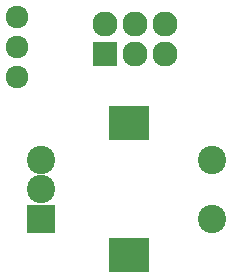
<source format=gbr>
G04 #@! TF.FileFunction,Soldermask,Bot*
%FSLAX46Y46*%
G04 Gerber Fmt 4.6, Leading zero omitted, Abs format (unit mm)*
G04 Created by KiCad (PCBNEW 4.0.7-e2-6376~58~ubuntu16.04.1) date Mon Jan  7 01:20:49 2019*
%MOMM*%
%LPD*%
G01*
G04 APERTURE LIST*
%ADD10C,0.100000*%
%ADD11C,2.400000*%
%ADD12R,3.400000X2.900000*%
%ADD13R,2.400000X2.400000*%
%ADD14R,2.127200X2.127200*%
%ADD15O,2.127200X2.127200*%
%ADD16C,1.924000*%
G04 APERTURE END LIST*
D10*
D11*
X178000000Y-106500000D03*
X178000000Y-111500000D03*
D12*
X171000000Y-103400000D03*
X171000000Y-114600000D03*
D11*
X163500000Y-106500000D03*
X163500000Y-109000000D03*
D13*
X163500000Y-111500000D03*
D14*
X169000000Y-97540000D03*
D15*
X169000000Y-95000000D03*
X171540000Y-97540000D03*
X171540000Y-95000000D03*
X174080000Y-97540000D03*
X174080000Y-95000000D03*
D16*
X161500000Y-99540000D03*
X161500000Y-97000000D03*
X161500000Y-94460000D03*
M02*

</source>
